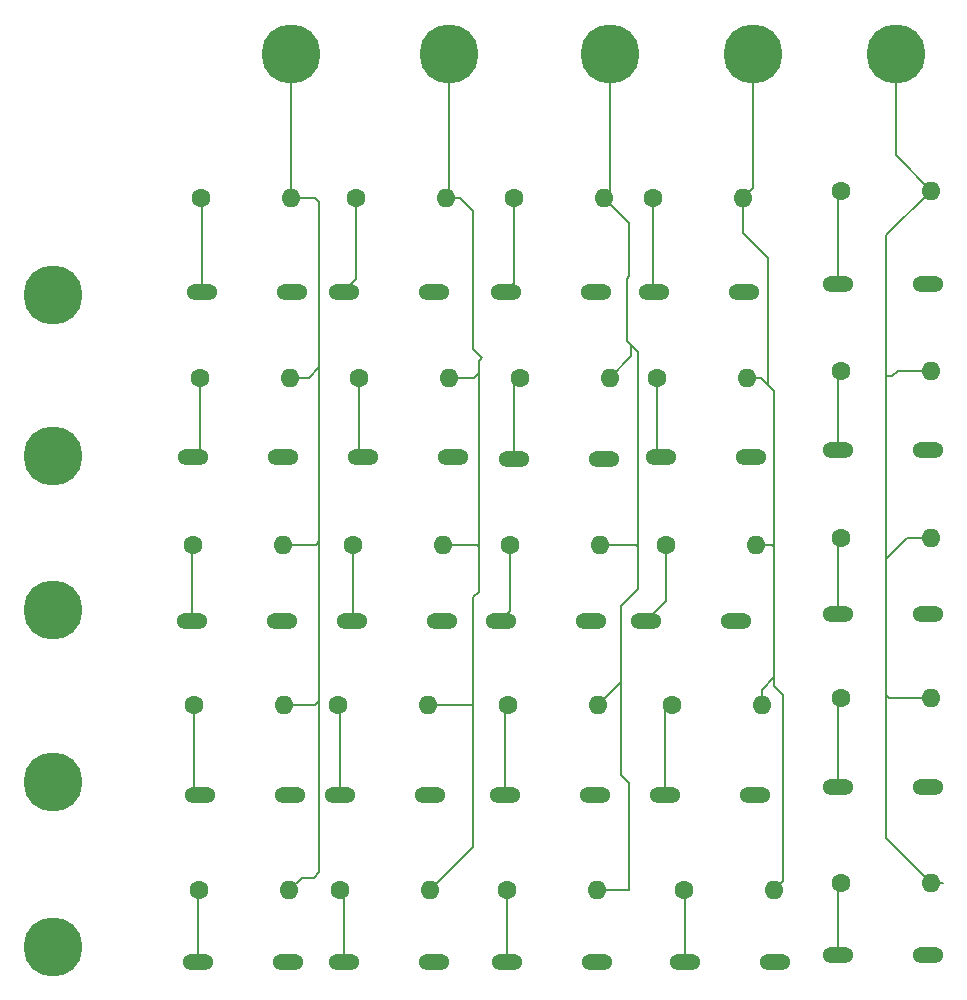
<source format=gbr>
%TF.GenerationSoftware,KiCad,Pcbnew,9.0.1*%
%TF.CreationDate,2025-07-02T23:46:09-04:00*%
%TF.ProjectId,5x5,3578352e-6b69-4636-9164-5f7063625858,rev?*%
%TF.SameCoordinates,Original*%
%TF.FileFunction,Copper,L2,Bot*%
%TF.FilePolarity,Positive*%
%FSLAX46Y46*%
G04 Gerber Fmt 4.6, Leading zero omitted, Abs format (unit mm)*
G04 Created by KiCad (PCBNEW 9.0.1) date 2025-07-02 23:46:09*
%MOMM*%
%LPD*%
G01*
G04 APERTURE LIST*
%TA.AperFunction,ComponentPad*%
%ADD10C,5.000000*%
%TD*%
%TA.AperFunction,ComponentPad*%
%ADD11C,1.600000*%
%TD*%
%TA.AperFunction,ComponentPad*%
%ADD12O,1.600000X1.600000*%
%TD*%
%TA.AperFunction,ComponentPad*%
%ADD13O,2.641600X1.320800*%
%TD*%
%TA.AperFunction,Conductor*%
%ADD14C,0.200000*%
%TD*%
G04 APERTURE END LIST*
D10*
%TO.P,H1,1,Pin_1*%
%TO.N,Net-(D1-K)*%
X108656250Y-60391250D03*
%TD*%
%TO.P,H2,1,Pin_1*%
%TO.N,Net-(D10-K)*%
X108656250Y-74021250D03*
%TD*%
%TO.P,H3,1,Pin_1*%
%TO.N,Net-(D11-K)*%
X108656250Y-87051250D03*
%TD*%
%TO.P,H5,1,Pin_1*%
%TO.N,Net-(D21-K)*%
X108656250Y-115570000D03*
%TD*%
%TO.P,H4,1,Pin_1*%
%TO.N,Net-(D16-K)*%
X108656250Y-101600000D03*
%TD*%
D11*
%TO.P,Thing23,1,K*%
%TO.N,Net-(D23-A)*%
X147116250Y-110791250D03*
D12*
%TO.P,Thing23,2,A*%
%TO.N,Net-(H8-Pin_1)*%
X154736250Y-110791250D03*
%TD*%
D11*
%TO.P,Thing15,1,K*%
%TO.N,Net-(D15-A)*%
X175435800Y-80970000D03*
D12*
%TO.P,Thing15,2,A*%
%TO.N,Net-(H10-Pin_1)*%
X183055800Y-80970000D03*
%TD*%
D13*
%TO.P,D6,1,K*%
%TO.N,Net-(D10-K)*%
X128146250Y-74081250D03*
%TO.P,D6,2,A*%
%TO.N,Net-(D6-A)*%
X120526250Y-74081250D03*
%TD*%
%TO.P,D4,1,K*%
%TO.N,Net-(D1-K)*%
X167156250Y-60101250D03*
%TO.P,D4,2,A*%
%TO.N,Net-(D4-A)*%
X159536250Y-60101250D03*
%TD*%
%TO.P,D15,1,K*%
%TO.N,Net-(D11-K)*%
X182810000Y-87370000D03*
%TO.P,D15,2,A*%
%TO.N,Net-(D15-A)*%
X175190000Y-87370000D03*
%TD*%
%TO.P,D18,1,K*%
%TO.N,Net-(D16-K)*%
X154616250Y-102691250D03*
%TO.P,D18,2,A*%
%TO.N,Net-(D18-A)*%
X146996250Y-102691250D03*
%TD*%
D11*
%TO.P,Thing9,1,K*%
%TO.N,Net-(D9-A)*%
X159826250Y-67401250D03*
D12*
%TO.P,Thing9,2,A*%
%TO.N,Net-(H9-Pin_1)*%
X167446250Y-67401250D03*
%TD*%
D11*
%TO.P,Thing7,1,K*%
%TO.N,Net-(D7-A)*%
X134626250Y-67401250D03*
D12*
%TO.P,Thing7,2,A*%
%TO.N,Net-(H7-Pin_1)*%
X142246250Y-67401250D03*
%TD*%
D10*
%TO.P,H9,1,Pin_1*%
%TO.N,Net-(H9-Pin_1)*%
X167956250Y-39951250D03*
%TD*%
D11*
%TO.P,Thing2,1,K*%
%TO.N,Net-(D2-A)*%
X134356250Y-52151250D03*
D12*
%TO.P,Thing2,2,A*%
%TO.N,Net-(H7-Pin_1)*%
X141976250Y-52151250D03*
%TD*%
D11*
%TO.P,Thing25,1,K*%
%TO.N,Net-(D25-A)*%
X175435800Y-110190000D03*
D12*
%TO.P,Thing25,2,A*%
%TO.N,Net-(H10-Pin_1)*%
X183055800Y-110190000D03*
%TD*%
D11*
%TO.P,Thing22,1,K*%
%TO.N,Net-(D22-A)*%
X132976250Y-110791250D03*
D12*
%TO.P,Thing22,2,A*%
%TO.N,Net-(H7-Pin_1)*%
X140596250Y-110791250D03*
%TD*%
D13*
%TO.P,D25,1,K*%
%TO.N,Net-(D21-K)*%
X182810000Y-116238750D03*
%TO.P,D25,2,A*%
%TO.N,Net-(D25-A)*%
X175190000Y-116238750D03*
%TD*%
D11*
%TO.P,Thing21,1,K*%
%TO.N,Net-(D21-A)*%
X121076250Y-110791250D03*
D12*
%TO.P,Thing21,2,A*%
%TO.N,Net-(H6-Pin_1)*%
X128696250Y-110791250D03*
%TD*%
D11*
%TO.P,Thing3,1,K*%
%TO.N,Net-(D3-A)*%
X147756250Y-52151250D03*
D12*
%TO.P,Thing3,2,A*%
%TO.N,Net-(H8-Pin_1)*%
X155376250Y-52151250D03*
%TD*%
D13*
%TO.P,D2,1,K*%
%TO.N,Net-(D1-K)*%
X140946250Y-60101250D03*
%TO.P,D2,2,A*%
%TO.N,Net-(D2-A)*%
X133326250Y-60101250D03*
%TD*%
D10*
%TO.P,H10,1,Pin_1*%
%TO.N,Net-(H10-Pin_1)*%
X180086250Y-39951250D03*
%TD*%
D13*
%TO.P,D7,1,K*%
%TO.N,Net-(D10-K)*%
X142586250Y-74081250D03*
%TO.P,D7,2,A*%
%TO.N,Net-(D7-A)*%
X134966250Y-74081250D03*
%TD*%
%TO.P,D19,1,K*%
%TO.N,Net-(D16-K)*%
X168146250Y-102691250D03*
%TO.P,D19,2,A*%
%TO.N,Net-(D19-A)*%
X160526250Y-102691250D03*
%TD*%
D11*
%TO.P,Thing5,1,K*%
%TO.N,Net-(D5-A)*%
X175435800Y-51550000D03*
D12*
%TO.P,Thing5,2,A*%
%TO.N,Net-(H10-Pin_1)*%
X183055800Y-51550000D03*
%TD*%
D10*
%TO.P,H8,1,Pin_1*%
%TO.N,Net-(H8-Pin_1)*%
X155816250Y-39951250D03*
%TD*%
D13*
%TO.P,D20,1,K*%
%TO.N,Net-(D16-K)*%
X182810000Y-102090000D03*
%TO.P,D20,2,A*%
%TO.N,Net-(D20-A)*%
X175190000Y-102090000D03*
%TD*%
%TO.P,D10,1,K*%
%TO.N,Net-(D10-K)*%
X182810000Y-73480000D03*
%TO.P,D10,2,A*%
%TO.N,Net-(D10-A)*%
X175190000Y-73480000D03*
%TD*%
D11*
%TO.P,Thing14,1,K*%
%TO.N,Net-(D14-A)*%
X160566250Y-81571250D03*
D12*
%TO.P,Thing14,2,A*%
%TO.N,Net-(H9-Pin_1)*%
X168186250Y-81571250D03*
%TD*%
D11*
%TO.P,Thing16,1,K*%
%TO.N,Net-(D16-A)*%
X120646250Y-95101250D03*
D12*
%TO.P,Thing16,2,A*%
%TO.N,Net-(H6-Pin_1)*%
X128266250Y-95101250D03*
%TD*%
D13*
%TO.P,D14,1,K*%
%TO.N,Net-(D11-K)*%
X166486250Y-87971250D03*
%TO.P,D14,2,A*%
%TO.N,Net-(D14-A)*%
X158866250Y-87971250D03*
%TD*%
D11*
%TO.P,Thing18,1,K*%
%TO.N,Net-(D18-A)*%
X147206250Y-95101250D03*
D12*
%TO.P,Thing18,2,A*%
%TO.N,Net-(H8-Pin_1)*%
X154826250Y-95101250D03*
%TD*%
D13*
%TO.P,D13,1,K*%
%TO.N,Net-(D11-K)*%
X154216250Y-87971250D03*
%TO.P,D13,2,A*%
%TO.N,Net-(D13-A)*%
X146596250Y-87971250D03*
%TD*%
D11*
%TO.P,Thing8,1,K*%
%TO.N,Net-(D8-A)*%
X148196250Y-67401250D03*
D12*
%TO.P,Thing8,2,A*%
%TO.N,Net-(H8-Pin_1)*%
X155816250Y-67401250D03*
%TD*%
D11*
%TO.P,Thing20,1,K*%
%TO.N,Net-(D20-A)*%
X175435800Y-94500000D03*
D12*
%TO.P,Thing20,2,A*%
%TO.N,Net-(H10-Pin_1)*%
X183055800Y-94500000D03*
%TD*%
D10*
%TO.P,H7,1,Pin_1*%
%TO.N,Net-(H7-Pin_1)*%
X142240000Y-39951250D03*
%TD*%
D11*
%TO.P,Thing1,1,K*%
%TO.N,Net-(D1-A)*%
X121256250Y-52151250D03*
D12*
%TO.P,Thing1,2,A*%
%TO.N,Net-(H6-Pin_1)*%
X128876250Y-52151250D03*
%TD*%
D10*
%TO.P,H6,1,Pin_1*%
%TO.N,Net-(H6-Pin_1)*%
X128872500Y-39951250D03*
%TD*%
D11*
%TO.P,Thing19,1,K*%
%TO.N,Net-(D19-A)*%
X161076250Y-95101250D03*
D12*
%TO.P,Thing19,2,A*%
%TO.N,Net-(H9-Pin_1)*%
X168696250Y-95101250D03*
%TD*%
D13*
%TO.P,D21,1,K*%
%TO.N,Net-(D21-K)*%
X128570000Y-116840000D03*
%TO.P,D21,2,A*%
%TO.N,Net-(D21-A)*%
X120950000Y-116840000D03*
%TD*%
%TO.P,D12,1,K*%
%TO.N,Net-(D11-K)*%
X141646250Y-87971250D03*
%TO.P,D12,2,A*%
%TO.N,Net-(D12-A)*%
X134026250Y-87971250D03*
%TD*%
%TO.P,D1,1,K*%
%TO.N,Net-(D1-K)*%
X128946250Y-60101250D03*
%TO.P,D1,2,A*%
%TO.N,Net-(D1-A)*%
X121326250Y-60101250D03*
%TD*%
D11*
%TO.P,Thing4,1,K*%
%TO.N,Net-(D4-A)*%
X159516250Y-52151250D03*
D12*
%TO.P,Thing4,2,A*%
%TO.N,Net-(H9-Pin_1)*%
X167136250Y-52151250D03*
%TD*%
D11*
%TO.P,Thing17,1,K*%
%TO.N,Net-(D17-A)*%
X132816250Y-95101250D03*
D12*
%TO.P,Thing17,2,A*%
%TO.N,Net-(H7-Pin_1)*%
X140436250Y-95101250D03*
%TD*%
D11*
%TO.P,Thing24,1,K*%
%TO.N,Net-(D24-A)*%
X162106250Y-110791250D03*
D12*
%TO.P,Thing24,2,A*%
%TO.N,Net-(H9-Pin_1)*%
X169726250Y-110791250D03*
%TD*%
D13*
%TO.P,D9,1,K*%
%TO.N,Net-(D10-K)*%
X167786250Y-74081250D03*
%TO.P,D9,2,A*%
%TO.N,Net-(D9-A)*%
X160166250Y-74081250D03*
%TD*%
%TO.P,D24,1,K*%
%TO.N,Net-(D21-K)*%
X169820000Y-116840000D03*
%TO.P,D24,2,A*%
%TO.N,Net-(D24-A)*%
X162200000Y-116840000D03*
%TD*%
D11*
%TO.P,Thing13,1,K*%
%TO.N,Net-(D13-A)*%
X147376250Y-81571250D03*
D12*
%TO.P,Thing13,2,A*%
%TO.N,Net-(H8-Pin_1)*%
X154996250Y-81571250D03*
%TD*%
D13*
%TO.P,D11,1,K*%
%TO.N,Net-(D11-K)*%
X128096250Y-87971250D03*
%TO.P,D11,2,A*%
%TO.N,Net-(D11-A)*%
X120476250Y-87971250D03*
%TD*%
%TO.P,D17,1,K*%
%TO.N,Net-(D16-K)*%
X140626250Y-102691250D03*
%TO.P,D17,2,A*%
%TO.N,Net-(D17-A)*%
X133006250Y-102691250D03*
%TD*%
%TO.P,D8,1,K*%
%TO.N,Net-(D10-K)*%
X155310000Y-74250000D03*
%TO.P,D8,2,A*%
%TO.N,Net-(D8-A)*%
X147690000Y-74250000D03*
%TD*%
%TO.P,D16,1,K*%
%TO.N,Net-(D16-K)*%
X128756250Y-102691250D03*
%TO.P,D16,2,A*%
%TO.N,Net-(D16-A)*%
X121136250Y-102691250D03*
%TD*%
%TO.P,D3,1,K*%
%TO.N,Net-(D1-K)*%
X154696250Y-60101250D03*
%TO.P,D3,2,A*%
%TO.N,Net-(D3-A)*%
X147076250Y-60101250D03*
%TD*%
%TO.P,D23,1,K*%
%TO.N,Net-(D21-K)*%
X154770000Y-116840000D03*
%TO.P,D23,2,A*%
%TO.N,Net-(D23-A)*%
X147150000Y-116840000D03*
%TD*%
D11*
%TO.P,Thing11,1,K*%
%TO.N,Net-(D11-A)*%
X120546250Y-81571250D03*
D12*
%TO.P,Thing11,2,A*%
%TO.N,Net-(H6-Pin_1)*%
X128166250Y-81571250D03*
%TD*%
D13*
%TO.P,D5,1,K*%
%TO.N,Net-(D1-K)*%
X182810000Y-59500000D03*
%TO.P,D5,2,A*%
%TO.N,Net-(D5-A)*%
X175190000Y-59500000D03*
%TD*%
D11*
%TO.P,Thing12,1,K*%
%TO.N,Net-(D12-A)*%
X134116250Y-81571250D03*
D12*
%TO.P,Thing12,2,A*%
%TO.N,Net-(H7-Pin_1)*%
X141736250Y-81571250D03*
%TD*%
D11*
%TO.P,Thing10,1,K*%
%TO.N,Net-(D10-A)*%
X175435800Y-66800000D03*
D12*
%TO.P,Thing10,2,A*%
%TO.N,Net-(H10-Pin_1)*%
X183055800Y-66800000D03*
%TD*%
D11*
%TO.P,Thing6,1,K*%
%TO.N,Net-(D6-A)*%
X121106250Y-67401250D03*
D12*
%TO.P,Thing6,2,A*%
%TO.N,Net-(H6-Pin_1)*%
X128726250Y-67401250D03*
%TD*%
D13*
%TO.P,D22,1,K*%
%TO.N,Net-(D21-K)*%
X140970000Y-116840000D03*
%TO.P,D22,2,A*%
%TO.N,Net-(D22-A)*%
X133350000Y-116840000D03*
%TD*%
D14*
%TO.N,Net-(D20-A)*%
X175190000Y-102090000D02*
X175190000Y-94745800D01*
X175190000Y-94745800D02*
X175435800Y-94500000D01*
%TO.N,Net-(D25-A)*%
X175190000Y-110435800D02*
X175435800Y-110190000D01*
X175190000Y-116238750D02*
X175190000Y-110435800D01*
%TO.N,Net-(D1-A)*%
X121326250Y-60101250D02*
X121326250Y-52221250D01*
X121326250Y-52221250D02*
X121256250Y-52151250D01*
%TO.N,Net-(D2-A)*%
X134356250Y-52151250D02*
X134356250Y-59071250D01*
X134356250Y-59071250D02*
X133326250Y-60101250D01*
%TO.N,Net-(D3-A)*%
X147756250Y-52151250D02*
X147756250Y-59421250D01*
X147756250Y-59421250D02*
X147076250Y-60101250D01*
%TO.N,Net-(D4-A)*%
X159516250Y-60081250D02*
X159536250Y-60101250D01*
X159516250Y-52151250D02*
X159516250Y-60081250D01*
%TO.N,Net-(D5-A)*%
X175190000Y-59500000D02*
X175190000Y-51795800D01*
X175190000Y-51795800D02*
X175435800Y-51550000D01*
%TO.N,Net-(D6-A)*%
X121106250Y-73501250D02*
X120526250Y-74081250D01*
X121106250Y-67401250D02*
X121106250Y-73501250D01*
%TO.N,Net-(D7-A)*%
X134626250Y-73741250D02*
X134966250Y-74081250D01*
X134626250Y-67401250D02*
X134626250Y-73741250D01*
%TO.N,Net-(D8-A)*%
X147690000Y-74250000D02*
X147690000Y-67907500D01*
X147690000Y-67907500D02*
X148196250Y-67401250D01*
%TO.N,Net-(D9-A)*%
X159826250Y-73741250D02*
X160166250Y-74081250D01*
X159826250Y-67401250D02*
X159826250Y-73741250D01*
%TO.N,Net-(D10-A)*%
X175190000Y-67045800D02*
X175435800Y-66800000D01*
X175190000Y-73480000D02*
X175190000Y-67045800D01*
%TO.N,Net-(D11-A)*%
X120476250Y-87971250D02*
X120476250Y-81641250D01*
X120476250Y-81641250D02*
X120546250Y-81571250D01*
%TO.N,Net-(D12-A)*%
X134116250Y-87881250D02*
X134026250Y-87971250D01*
X134116250Y-81571250D02*
X134116250Y-87881250D01*
%TO.N,Net-(D13-A)*%
X147376250Y-81571250D02*
X147376250Y-87191250D01*
X147376250Y-87191250D02*
X146596250Y-87971250D01*
%TO.N,Net-(D14-A)*%
X160566250Y-86271250D02*
X158866250Y-87971250D01*
X160566250Y-81571250D02*
X160566250Y-86271250D01*
%TO.N,Net-(D15-A)*%
X175190000Y-81215800D02*
X175435800Y-80970000D01*
X175190000Y-87370000D02*
X175190000Y-81215800D01*
%TO.N,Net-(D16-A)*%
X120646250Y-102201250D02*
X121136250Y-102691250D01*
X120646250Y-95101250D02*
X120646250Y-102201250D01*
%TO.N,Net-(D17-A)*%
X133006250Y-95291250D02*
X132816250Y-95101250D01*
X133006250Y-102691250D02*
X133006250Y-95291250D01*
%TO.N,Net-(D18-A)*%
X146996250Y-102691250D02*
X146996250Y-95311250D01*
X146996250Y-95311250D02*
X147206250Y-95101250D01*
%TO.N,Net-(D19-A)*%
X160526250Y-102691250D02*
X160526250Y-95651250D01*
X160526250Y-95651250D02*
X161076250Y-95101250D01*
%TO.N,Net-(D21-A)*%
X120950000Y-116840000D02*
X120950000Y-110917500D01*
X120950000Y-110917500D02*
X121076250Y-110791250D01*
%TO.N,Net-(D22-A)*%
X133350000Y-116840000D02*
X133350000Y-111165000D01*
X133350000Y-111165000D02*
X132976250Y-110791250D01*
%TO.N,Net-(D23-A)*%
X147150000Y-110825000D02*
X147116250Y-110791250D01*
X147150000Y-116840000D02*
X147150000Y-110825000D01*
%TO.N,Net-(D24-A)*%
X162200000Y-116840000D02*
X162200000Y-110885000D01*
X162200000Y-110885000D02*
X162106250Y-110791250D01*
%TO.N,Net-(H6-Pin_1)*%
X128166250Y-81571250D02*
X130928750Y-81571250D01*
X128872500Y-39951250D02*
X128872500Y-52147500D01*
X128726250Y-67401250D02*
X130348750Y-67401250D01*
X131250000Y-66500000D02*
X131250000Y-81250000D01*
X130898750Y-95101250D02*
X131250000Y-94750000D01*
X131250000Y-81250000D02*
X131250000Y-94750000D01*
X130750000Y-109750000D02*
X129737500Y-109750000D01*
X128876250Y-52151250D02*
X130901250Y-52151250D01*
X131250000Y-52500000D02*
X131250000Y-66500000D01*
X128872500Y-52147500D02*
X128876250Y-52151250D01*
X128266250Y-95101250D02*
X130898750Y-95101250D01*
X131250000Y-94750000D02*
X131250000Y-109250000D01*
X130348750Y-67401250D02*
X131250000Y-66500000D01*
X130928750Y-81571250D02*
X131250000Y-81250000D01*
X131250000Y-109250000D02*
X130750000Y-109750000D01*
X130901250Y-52151250D02*
X131250000Y-52500000D01*
X129737500Y-109750000D02*
X128696250Y-110791250D01*
%TO.N,Net-(H7-Pin_1)*%
X141976250Y-52151250D02*
X143151250Y-52151250D01*
X142240000Y-51887500D02*
X141976250Y-52151250D01*
X144250000Y-86000000D02*
X144250000Y-95000000D01*
X142246250Y-67401250D02*
X144348750Y-67401250D01*
X144750000Y-81750000D02*
X144750000Y-85500000D01*
X140436250Y-95101250D02*
X144148750Y-95101250D01*
X144148750Y-95101250D02*
X144250000Y-95000000D01*
X143151250Y-52151250D02*
X144250000Y-53250000D01*
X144750000Y-67000000D02*
X144750000Y-81750000D01*
X144250000Y-53250000D02*
X144250000Y-65000000D01*
X144750000Y-66000000D02*
X144750000Y-67000000D01*
X142240000Y-39951250D02*
X142240000Y-51887500D01*
X145000000Y-65750000D02*
X144750000Y-66000000D01*
X144250000Y-95000000D02*
X144250000Y-107137500D01*
X141736250Y-81571250D02*
X144571250Y-81571250D01*
X144250000Y-65000000D02*
X145000000Y-65750000D01*
X144750000Y-85500000D02*
X144250000Y-86000000D01*
X144571250Y-81571250D02*
X144750000Y-81750000D01*
X144250000Y-107137500D02*
X140596250Y-110791250D01*
X144348750Y-67401250D02*
X144750000Y-67000000D01*
%TO.N,Net-(H8-Pin_1)*%
X156750000Y-86750000D02*
X156750000Y-93177500D01*
X157500000Y-110750000D02*
X157458750Y-110791250D01*
X155816250Y-51711250D02*
X155376250Y-52151250D01*
X157500000Y-58750000D02*
X157250000Y-59000000D01*
X154996250Y-81571250D02*
X158071250Y-81571250D01*
X155816250Y-39951250D02*
X155816250Y-51711250D01*
X157625000Y-65592500D02*
X157625000Y-64625000D01*
X158071250Y-81571250D02*
X158250000Y-81750000D01*
X156750000Y-93177500D02*
X156750000Y-101000000D01*
X157250000Y-64250000D02*
X157625000Y-64625000D01*
X158250000Y-85250000D02*
X156750000Y-86750000D01*
X157250000Y-59000000D02*
X157250000Y-64250000D01*
X155816250Y-67401250D02*
X157625000Y-65592500D01*
X157625000Y-64625000D02*
X158250000Y-65250000D01*
X158250000Y-65250000D02*
X158250000Y-81750000D01*
X157458750Y-110791250D02*
X154736250Y-110791250D01*
X157500000Y-101750000D02*
X157500000Y-110750000D01*
X157500000Y-54275000D02*
X157500000Y-58750000D01*
X156750000Y-101000000D02*
X157500000Y-101750000D01*
X156750000Y-93177500D02*
X154826250Y-95101250D01*
X155376250Y-52151250D02*
X157500000Y-54275000D01*
X158250000Y-81750000D02*
X158250000Y-85250000D01*
%TO.N,Net-(H9-Pin_1)*%
X167136250Y-55136250D02*
X169250000Y-57250000D01*
X169750000Y-93500000D02*
X170500000Y-94250000D01*
X168696250Y-93803750D02*
X169750000Y-92750000D01*
X168186250Y-81571250D02*
X169571250Y-81571250D01*
X168651250Y-67401250D02*
X169250000Y-68000000D01*
X167446250Y-67401250D02*
X168651250Y-67401250D01*
X169250000Y-68000000D02*
X169750000Y-68500000D01*
X169250000Y-57250000D02*
X169250000Y-68000000D01*
X167956250Y-39951250D02*
X167956250Y-51331250D01*
X167136250Y-52151250D02*
X167136250Y-55136250D01*
X168696250Y-95101250D02*
X168696250Y-93803750D01*
X170500000Y-94250000D02*
X170500000Y-110017500D01*
X169750000Y-92750000D02*
X169750000Y-93500000D01*
X170500000Y-110017500D02*
X169726250Y-110791250D01*
X169571250Y-81571250D02*
X169750000Y-81750000D01*
X169750000Y-68500000D02*
X169750000Y-81750000D01*
X169750000Y-81750000D02*
X169750000Y-92750000D01*
X167956250Y-51331250D02*
X167136250Y-52151250D01*
%TO.N,Net-(H10-Pin_1)*%
X180200000Y-66800000D02*
X183055800Y-66800000D01*
X180086250Y-39951250D02*
X180086250Y-48580450D01*
X179250000Y-55355800D02*
X179250000Y-67250000D01*
X179750000Y-67250000D02*
X180200000Y-66800000D01*
X179250000Y-106384200D02*
X183055800Y-110190000D01*
X179250000Y-82750000D02*
X179250000Y-94250000D01*
X183055800Y-94500000D02*
X179500000Y-94500000D01*
X179500000Y-94500000D02*
X179250000Y-94250000D01*
X179250000Y-94250000D02*
X179250000Y-106384200D01*
X184030799Y-110190000D02*
X183548299Y-110190000D01*
X180086250Y-48580450D02*
X183055800Y-51550000D01*
X181030000Y-80970000D02*
X183055800Y-80970000D01*
X179250000Y-67250000D02*
X179250000Y-82750000D01*
X179250000Y-67250000D02*
X179750000Y-67250000D01*
X183055800Y-51550000D02*
X179250000Y-55355800D01*
X179250000Y-82750000D02*
X181030000Y-80970000D01*
%TD*%
M02*

</source>
